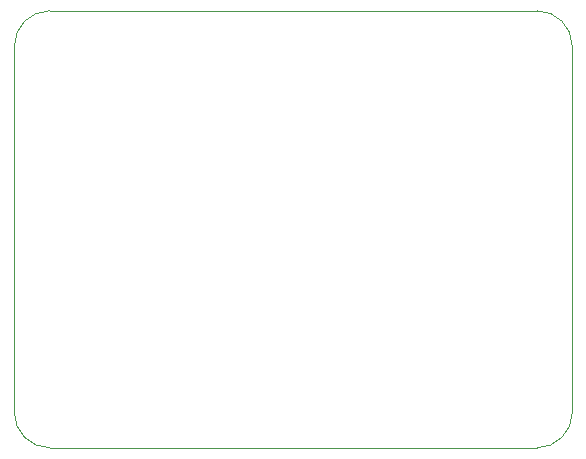
<source format=gbr>
%TF.GenerationSoftware,KiCad,Pcbnew,8.0.2*%
%TF.CreationDate,2024-06-15T16:53:24+02:00*%
%TF.ProjectId,KiCad_STM32_F105RCT6TR,4b694361-645f-4535-944d-33325f463130,v 1.0*%
%TF.SameCoordinates,Original*%
%TF.FileFunction,Profile,NP*%
%FSLAX46Y46*%
G04 Gerber Fmt 4.6, Leading zero omitted, Abs format (unit mm)*
G04 Created by KiCad (PCBNEW 8.0.2) date 2024-06-15 16:53:24*
%MOMM*%
%LPD*%
G01*
G04 APERTURE LIST*
%TA.AperFunction,Profile*%
%ADD10C,0.050000*%
%TD*%
G04 APERTURE END LIST*
D10*
X130500000Y-84000000D02*
X130500000Y-53000000D01*
X127500000Y-50000000D02*
X86250000Y-50000000D01*
X83250000Y-53000000D02*
X83250000Y-53500000D01*
X127500000Y-87000000D02*
X86250000Y-87000000D01*
X130500000Y-84000000D02*
G75*
G02*
X127500000Y-87000000I-3000000J0D01*
G01*
X83250000Y-53500000D02*
X83250000Y-84000000D01*
X127500000Y-50000000D02*
G75*
G02*
X130500000Y-53000000I0J-3000000D01*
G01*
X86250000Y-87000000D02*
G75*
G02*
X83250000Y-84000000I0J3000000D01*
G01*
X83250000Y-53000000D02*
G75*
G02*
X86250000Y-50000000I3000000J0D01*
G01*
M02*

</source>
